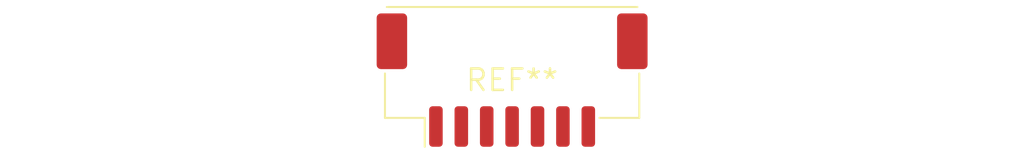
<source format=kicad_pcb>
(kicad_pcb (version 20240108) (generator pcbnew)
  (layers (0 "F.Cu" signal) (31 "B.Cu" signal) (34 "B.Paste" user) (35 "F.Paste" user) (36 "B.SilkS" user "B.Silkscreen") (37 "F.SilkS" user "F.Silkscreen") (38 "B.Mask" user) (39 "F.Mask" user) (44 "Edge.Cuts" user))
  (net 0 "")
  (footprint "Molex_CLIK-Mate_505405-0770_1x07-1MP_P1.50mm_Vertical" (layer "F.Cu") (at 0 0)
    (property "Reference" "REF**")
    (property "Value" "Molex_CLIK-Mate_505405-0770_1x07-1MP_P1.50mm_Vertical")
    (fp_line (start -7.51 -0.39) (end -7.51 2.24) (layer "F.SilkS") (stroke (width 0.12)))
    (fp_line (start -7.51 2.24) (end -5.16 2.24) (layer "F.SilkS") (stroke (width 0.12)))
    (fp_line (start -7.4 -4.33) (end 7.4 -4.33) (layer "F.SilkS") (stroke (width 0.12)))
    (fp_line (start -5.16 2.24) (end -5.16 3.95) (layer "F.SilkS") (stroke (width 0.12)))
    (fp_line (start 7.51 -0.39) (end 7.51 2.24) (layer "F.SilkS") (stroke (width 0.12)))
    (fp_line (start 7.51 2.24) (end 5.16 2.24) (layer "F.SilkS") (stroke (width 0.12)))
    (pad "1" smd roundrect (at -4.5 2.75) (size 0.8 2.4) (layers "F.Cu" "F.Paste" "F.Mask"))
    (pad "2" smd roundrect (at -3 2.75) (size 0.8 2.4) (layers "F.Cu" "F.Paste" "F.Mask"))
    (pad "3" smd roundrect (at -1.5 2.75) (size 0.8 2.4) (layers "F.Cu" "F.Paste" "F.Mask"))
    (pad "4" smd roundrect (at 0 2.75) (size 0.8 2.4) (layers "F.Cu" "F.Paste" "F.Mask"))
    (pad "5" smd roundrect (at 1.5 2.75) (size 0.8 2.4) (layers "F.Cu" "F.Paste" "F.Mask"))
    (pad "6" smd roundrect (at 3 2.75) (size 0.8 2.4) (layers "F.Cu" "F.Paste" "F.Mask"))
    (pad "7" smd roundrect (at 4.5 2.75) (size 0.8 2.4) (layers "F.Cu" "F.Paste" "F.Mask"))
    (pad "MP" smd roundrect (at -7.1 -2.3) (size 1.8 3.3) (layers "F.Cu" "F.Paste" "F.Mask") (roundrect_rratio 0.138889))
    (pad "MP" smd roundrect (at 7.1 -2.3) (size 1.8 3.3) (layers "F.Cu" "F.Paste" "F.Mask") (roundrect_rratio 0.138889))
  )
)
</source>
